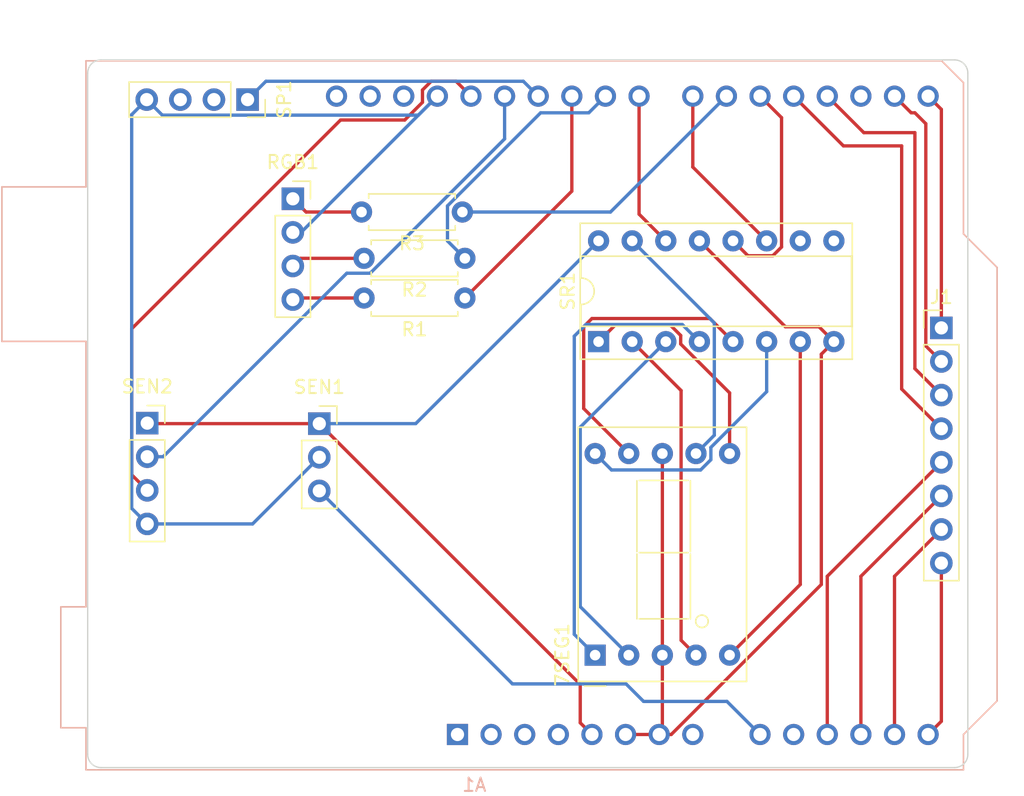
<source format=kicad_pcb>
(kicad_pcb (version 20240108) (generator "pcbnew") (generator_version "8.0")
  (layers (0 "F.Cu" signal) (31 "B.Cu" signal) (34 "B.Paste" user) (35 "F.Paste" user) (36 "B.SilkS" user "B.Silkscreen") (37 "F.SilkS" user "F.Silkscreen") (38 "B.Mask" user) (39 "F.Mask" user) (44 "Edge.Cuts" user))
  (net 0 "")
  (net 1 "/G")
  (net 2 "GND")
  (net 3 "/E")
  (net 4 "/D8")
  (net 6 "/B")
  (net 7 "/F")
  (net 10 "/D4")
  (net 11 "/D7")
  (net 12 "/PWM11")
  (net 13 "/C")
  (net 14 "/D2")
  (net 15 "/D")
  (net 16 "/PWM9")
  (net 18 "/PWM6")
  (net 22 "/DP")
  (net 23 "/D0")
  (net 24 "/A")
  (net 25 "/D1")
  (net 26 "/5v")
  (net 28 "/D3")
  (net 29 "/D5")
  (net 30 "/PWM10")
  (net 31 "Net-(RGB1-Pin_4)")
  (net 32 "Net-(RGB1-Pin_3)")
  (net 33 "Net-(RGB1-Pin_1)")
  (net 36 "/A3")
  (net 37 "/A5")
  (net 38 "/A4")
  (net 39 "/A1")
  (net 40 "/D12")
  (net 41 "/D13")
  (net 42 "/A2")
  (net 43 "/A0")
  (footprint "Connector_PinHeader_2.54mm:PinHeader_1x08_P2.54mm_Vertical" (layer "F.Cu") (at 186 67.26)
    (property "Reference" "J1" (at 0 -2.33 360) (layer "F.SilkS"))
    (property "Value" "Conn_01x08_Pin")
    (fp_line (start -1.33 -1.33) (end 0 -1.33) (stroke (width 0.12)) (layer "F.SilkS"))
    (fp_line (start -1.33 0) (end -1.33 -1.33) (stroke (width 0.12)) (layer "F.SilkS"))
    (fp_line (start -1.33 1.27) (end -1.33 19.11) (stroke (width 0.12)) (layer "F.SilkS"))
    (fp_line (start -1.33 1.27) (end 1.33 1.27) (stroke (width 0.12)) (layer "F.SilkS"))
    (fp_line (start -1.33 19.11) (end 1.33 19.11) (stroke (width 0.12)) (layer "F.SilkS"))
    (fp_line (start 1.33 1.27) (end 1.33 19.11) (stroke (width 0.12)) (layer "F.SilkS"))
    (pad "1" thru_hole rect (at 0 0) (size 1.7 1.7) (drill 1) (layers "*.Cu" "*.Mask") (net 23 "/D0"))
    (pad "2" thru_hole oval (at 0 2.54) (size 1.7 1.7) (drill 1) (layers "*.Cu" "*.Mask") (net 25 "/D1"))
    (pad "3" thru_hole oval (at 0 5.08) (size 1.7 1.7) (drill 1) (layers "*.Cu" "*.Mask") (net 28 "/D3"))
    (pad "4" thru_hole oval (at 0 7.62) (size 1.7 1.7) (drill 1) (layers "*.Cu" "*.Mask") (net 10 "/D4"))
    (pad "5" thru_hole oval (at 0 10.16) (size 1.7 1.7) (drill 1) (layers "*.Cu" "*.Mask") (net 42 "/A2"))
    (pad "6" thru_hole oval (at 0 12.7) (size 1.7 1.7) (drill 1) (layers "*.Cu" "*.Mask") (net 36 "/A3"))
    (pad "7" thru_hole oval (at 0 15.24) (size 1.7 1.7) (drill 1) (layers "*.Cu" "*.Mask") (net 38 "/A4"))
    (pad "8" thru_hole oval (at 0 17.78) (size 1.7 1.7) (drill 1) (layers "*.Cu" "*.Mask") (net 37 "/A5"))
  )
  (footprint "Package_DIP:DIP-16_W7.62mm_Socket" (layer "F.Cu") (at 160.1 68.3 90)
    (property "Reference" "SR1" (at 3.81 -2.33 90) (layer "F.SilkS"))
    (property "Value" "74HC595")
    (fp_line (start 8.95 -1.39) (end -1.33 -1.39) (stroke (width 0.12)) (layer "F.SilkS"))
    (fp_line (start -1.33 -1.39) (end -1.33 19.17) (stroke (width 0.12)) (layer "F.SilkS"))
    (fp_line (start 6.46 -1.33) (end 4.81 -1.33) (stroke (width 0.12)) (layer "F.SilkS"))
    (fp_line (start 2.81 -1.33) (end 1.16 -1.33) (stroke (width 0.12)) (layer "F.SilkS"))
    (fp_line (start 1.16 -1.33) (end 1.16 19.11) (stroke (width 0.12)) (layer "F.SilkS"))
    (fp_line (start 6.46 19.11) (end 6.46 -1.33) (stroke (width 0.12)) (layer "F.SilkS"))
    (fp_line (start 1.16 19.11) (end 6.46 19.11) (stroke (width 0.12)) (layer "F.SilkS"))
    (fp_line (start 8.95 19.17) (end 8.95 -1.39) (stroke (width 0.12)) (layer "F.SilkS"))
    (fp_line (start -1.33 19.17) (end 8.95 19.17) (stroke (width 0.12)) (layer "F.SilkS"))
    (fp_arc (start 4.81 -1.33) (mid 3.81 -0.33) (end 2.81 -1.33) (stroke (width 0.12)) (layer "F.SilkS"))
    (pad "1" thru_hole rect (at 0 0 90) (size 1.6 1.6) (drill 0.8) (layers "*.Cu" "*.Mask") (net 6 "/B"))
    (pad "2" thru_hole oval (at 0 2.54 90) (size 1.6 1.6) (drill 0.8) (layers "*.Cu" "*.Mask") (net 13 "/C"))
    (pad "3" thru_hole oval (at 0 5.08 90) (size 1.6 1.6) (drill 0.8) (layers "*.Cu" "*.Mask") (net 15 "/D"))
    (pad "4" thru_hole oval (at 0 7.62 90) (size 1.6 1.6) (drill 0.8) (layers "*.Cu" "*.Mask") (net 3 "/E"))
    (pad "5" thru_hole oval (at 0 10.16 90) (size 1.6 1.6) (drill 0.8) (layers "*.Cu" "*.Mask") (net 7 "/F"))
    (pad "6" thru_hole oval (at 0 12.7 90) (size 1.6 1.6) (drill 0.8) (layers "*.Cu" "*.Mask") (net 1 "/G"))
    (pad "7" thru_hole oval (at 0 15.24 90) (size 1.6 1.6) (drill 0.8) (layers "*.Cu" "*.Mask") (net 22 "/DP"))
    (pad "8" thru_hole oval (at 0 17.78 90) (size 1.6 1.6) (drill 0.8) (layers "*.Cu" "*.Mask") (net 2 "GND"))
    (pad "9" thru_hole oval (at 7.62 17.78 90) (size 1.6 1.6) (drill 0.8) (layers "*.Cu" "*.Mask"))
    (pad "10" thru_hole oval (at 7.62 15.24 90) (size 1.6 1.6) (drill 0.8) (layers "*.Cu" "*.Mask"))
    (pad "11" thru_hole oval (at 7.62 12.7 90) (size 1.6 1.6) (drill 0.8) (layers "*.Cu" "*.Mask") (net 11 "/D7"))
    (pad "12" thru_hole oval (at 7.62 10.16 90) (size 1.6 1.6) (drill 0.8) (layers "*.Cu" "*.Mask") (net 29 "/D5"))
    (pad "13" thru_hole oval (at 7.62 7.62 90) (size 1.6 1.6) (drill 0.8) (layers "*.Cu" "*.Mask") (net 2 "GND"))
    (pad "14" thru_hole oval (at 7.62 5.08 90) (size 1.6 1.6) (drill 0.8) (layers "*.Cu" "*.Mask") (net 4 "/D8"))
    (pad "15" thru_hole oval (at 7.62 2.54 90) (size 1.6 1.6) (drill 0.8) (layers "*.Cu" "*.Mask") (net 24 "/A"))
    (pad "16" thru_hole oval (at 7.62 0 90) (size 1.6 1.6) (drill 0.8) (layers "*.Cu" "*.Mask") (net 26 "/5v"))
  )
  (footprint "Connector_PinSocket_2.54mm:PinSocket_1x04_P2.54mm_Vertical" (layer "F.Cu") (at 137 57.5)
    (property "Reference" "RGB1" (at 0 -2.77 0) (layer "F.SilkS"))
    (property "Value" "Conn_01x04_Socket")
    (fp_line (start -1.33 1.27) (end -1.33 8.95) (stroke (width 0.12)) (layer "F.SilkS"))
    (fp_line (start -1.33 1.27) (end 1.33 1.27) (stroke (width 0.12)) (layer "F.SilkS"))
    (fp_line (start -1.33 8.95) (end 1.33 8.95) (stroke (width 0.12)) (layer "F.SilkS"))
    (fp_line (start 0 -1.33) (end 1.33 -1.33) (stroke (width 0.12)) (layer "F.SilkS"))
    (fp_line (start 1.33 -1.33) (end 1.33 0) (stroke (width 0.12)) (layer "F.SilkS"))
    (fp_line (start 1.33 1.27) (end 1.33 8.95) (stroke (width 0.12)) (layer "F.SilkS"))
    (pad "1" thru_hole rect (at 0 0) (size 1.7 1.7) (drill 1) (layers "*.Cu" "*.Mask") (net 33 "Net-(RGB1-Pin_1)"))
    (pad "2" thru_hole oval (at 0 2.54) (size 1.7 1.7) (drill 1) (layers "*.Cu" "*.Mask") (net 2 "GND"))
    (pad "3" thru_hole oval (at 0 5.08) (size 1.7 1.7) (drill 1) (layers "*.Cu" "*.Mask") (net 32 "Net-(RGB1-Pin_3)"))
    (pad "4" thru_hole oval (at 0 7.62) (size 1.7 1.7) (drill 1) (layers "*.Cu" "*.Mask") (net 31 "Net-(RGB1-Pin_4)"))
  )
  (footprint "Display_7Segment:D1X8K" (layer "F.Cu") (at 159.84 92 90)
    (property "Reference" "7SEG1" (at 0.03 -2.48 90) (layer "F.SilkS"))
    (property "Value" "D168K")
    (fp_line (start 17.23 -1.28) (end -1.99 -1.28) (stroke (width 0.12)) (layer "F.SilkS"))
    (fp_line (start 17.23 -1.28) (end 17.23 11.44) (stroke (width 0.12)) (layer "F.SilkS"))
    (fp_line (start -1.99 -1.28) (end -1.99 11.44) (stroke (width 0.12)) (layer "F.SilkS"))
    (fp_line (start -2.34 -0.8) (end -2.34 0.81) (stroke (width 0.12)) (layer "F.SilkS"))
    (fp_line (start 13.1832 3.1594) (end 7.8238 3.1594) (stroke (width 0.12)) (layer "F.SilkS"))
    (fp_line (start 7.646 3.1594) (end 2.7438 3.1594) (stroke (width 0.12)) (layer "F.SilkS"))
    (fp_line (start 13.2086 3.3372) (end 13.2086 7.0202) (stroke (width 0.12)) (layer "F.SilkS"))
    (fp_line (start 7.7476 3.3372) (end 7.7476 7.0202) (stroke (width 0.12)) (layer "F.SilkS"))
    (fp_line (start 2.7438 3.3372) (end 2.7438 7.0202) (stroke (width 0.12)) (layer "F.SilkS"))
    (fp_line (start 13.1832 7.198) (end 7.8238 7.198) (stroke (width 0.12)) (layer "F.SilkS"))
    (fp_line (start 7.646 7.198) (end 2.7438 7.198) (stroke (width 0.12)) (layer "F.SilkS"))
    (fp_line (start 17.23 11.44) (end -1.99 11.44) (stroke (width 0.12)) (layer "F.SilkS"))
    (fp_circle (center 2.557533 8.07) (end 2.836933 7.689) (stroke (width 0.12)) (fill none) (layer "F.SilkS"))
    (pad "1" thru_hole rect (at 0 0) (size 1.6 1.6) (drill 0.8) (layers "*.Cu" "*.Mask") (net 3 "/E"))
    (pad "2" thru_hole circle (at 0 2.54) (size 1.6 1.6) (drill 0.8) (layers "*.Cu" "*.Mask") (net 15 "/D"))
    (pad "3" thru_hole circle (at 0 5.08) (size 1.6 1.6) (drill 0.8) (layers "*.Cu" "*.Mask") (net 2 "GND"))
    (pad "4" thru_hole circle (at 0 7.62) (size 1.6 1.6) (drill 0.8) (layers "*.Cu" "*.Mask") (net 13 "/C"))
    (pad "5" thru_hole circle (at 0 10.16) (size 1.6 1.6) (drill 0.8) (layers "*.Cu" "*.Mask") (net 22 "/DP"))
    (pad "6" thru_hole circle (at 15.24 10.16) (size 1.6 1.6) (drill 0.8) (layers "*.Cu" "*.Mask") (net 6 "/B"))
    (pad "7" thru_hole circle (at 15.24 7.62) (size 1.6 1.6) (drill 0.8) (layers "*.Cu" "*.Mask") (net 24 "/A"))
    (pad "8" thru_hole circle (at 15.24 5.08) (size 1.6 1.6) (drill 0.8) (layers "*.Cu" "*.Mask") (net 2 "GND"))
    (pad "9" thru_hole circle (at 15.24 2.54) (size 1.6 1.6) (drill 0.8) (layers "*.Cu" "*.Mask") (net 7 "/F"))
    (pad "10" thru_hole circle (at 15.24 0) (size 1.6 1.6) (drill 0.8) (layers "*.Cu" "*.Mask") (net 1 "/G"))
  )
  (footprint "Connector_PinSocket_2.54mm:PinSocket_1x04_P2.54mm_Vertical" (layer "F.Cu") (at 133.58 50 -90)
    (property "Reference" "SP1" (at 0 -2.77 90) (layer "F.SilkS"))
    (property "Value" "Conn_01x04_Socket")
    (fp_line (start -1.33 8.95) (end 1.33 8.95) (stroke (width 0.12)) (layer "F.SilkS"))
    (fp_line (start -1.33 1.27) (end -1.33 8.95) (stroke (width 0.12)) (layer "F.SilkS"))
    (fp_line (start -1.33 1.27) (end 1.33 1.27) (stroke (width 0.12)) (layer "F.SilkS"))
    (fp_line (start 1.33 1.27) (end 1.33 8.95) (stroke (width 0.12)) (layer "F.SilkS"))
    (fp_line (start 0 -1.33) (end 1.33 -1.33) (stroke (width 0.12)) (layer "F.SilkS"))
    (fp_line (start 1.33 -1.33) (end 1.33 0) (stroke (width 0.12)) (layer "F.SilkS"))
    (pad "1" thru_hole rect (at 0 0 270) (size 1.7 1.7) (drill 1) (layers "*.Cu" "*.Mask") (net 12 "/PWM11"))
    (pad "2" thru_hole oval (at 0 2.54 270) (size 1.7 1.7) (drill 1) (layers "*.Cu" "*.Mask"))
    (pad "3" thru_hole oval (at 0 5.08 270) (size 1.7 1.7) (drill 1) (layers "*.Cu" "*.Mask"))
    (pad "4" thru_hole oval (at 0 7.62 270) (size 1.7 1.7) (drill 1) (layers "*.Cu" "*.Mask") (net 2 "GND"))
  )
  (footprint "Connector_PinSocket_2.54mm:PinSocket_1x04_P2.54mm_Vertical" (layer "F.Cu") (at 126 74.46)
    (property "Reference" "SEN2" (at 0 -2.77 0) (layer "F.SilkS"))
    (property "Value" "Conn_01x04_Socket")
    (fp_line (start -1.33 1.27) (end -1.33 8.95) (stroke (width 0.12)) (layer "F.SilkS"))
    (fp_line (start -1.33 1.27) (end 1.33 1.27) (stroke (width 0.12)) (layer "F.SilkS"))
    (fp_line (start -1.33 8.95) (end 1.33 8.95) (stroke (width 0.12)) (layer "F.SilkS"))
    (fp_line (start 0 -1.33) (end 1.33 -1.33) (stroke (width 0.12)) (layer "F.SilkS"))
    (fp_line (start 1.33 -1.33) (end 1.33 0) (stroke (width 0.12)) (layer "F.SilkS"))
    (fp_line (start 1.33 1.27) (end 1.33 8.95) (stroke (width 0.12)) (layer "F.SilkS"))
    (pad "1" thru_hole rect (at 0 0) (size 1.7 1.7) (drill 1) (layers "*.Cu" "*.Mask") (net 26 "/5v"))
    (pad "2" thru_hole oval (at 0 2.54) (size 1.7 1.7) (drill 1) (layers "*.Cu" "*.Mask") (net 40 "/D12"))
    (pad "3" thru_hole oval (at 0 5.08) (size 1.7 1.7) (drill 1) (layers "*.Cu" "*.Mask") (net 41 "/D13"))
    (pad "4" thru_hole oval (at 0 7.62) (size 1.7 1.7) (drill 1) (layers "*.Cu" "*.Mask") (net 2 "GND"))
  )
  (footprint "Resistor_THT:R_Axial_DIN0207_L6.3mm_D2.5mm_P7.62mm_Horizontal" (layer "F.Cu") (at 150 62 180)
    (property "Reference" "R2" (at 3.81 -2.37 360) (layer "F.SilkS"))
    (property "Value" "R")
    (fp_line (start 7.08 1.37) (end 7.08 1.04) (stroke (width 0.12)) (layer "F.SilkS"))
    (fp_line (start 7.08 -1.37) (end 7.08 -1.04) (stroke (width 0.12)) (layer "F.SilkS"))
    (fp_line (start 0.54 1.37) (end 7.08 1.37) (stroke (width 0.12)) (layer "F.SilkS"))
    (fp_line (start 0.54 1.04) (end 0.54 1.37) (stroke (width 0.12)) (layer "F.SilkS"))
    (fp_line (start 0.54 -1.04) (end 0.54 -1.37) (stroke (width 0.12)) (layer "F.SilkS"))
    (fp_line (start 0.54 -1.37) (end 7.08 -1.37) (stroke (width 0.12)) (layer "F.SilkS"))
    (pad "1" thru_hole circle (at 0 0 180) (size 1.6 1.6) (drill 0.8) (layers "*.Cu" "*.Mask") (net 16 "/PWM9"))
    (pad "2" thru_hole oval (at 7.62 0 180) (size 1.6 1.6) (drill 0.8) (layers "*.Cu" "*.Mask") (net 32 "Net-(RGB1-Pin_3)"))
  )
  (footprint "Connector_PinSocket_2.54mm:PinSocket_1x03_P2.54mm_Vertical" (layer "F.Cu") (at 139 74.5)
    (property "Reference" "SEN1" (at 0 -2.77 0) (layer "F.SilkS"))
    (property "Value" "Conn_01x03_Socket")
    (fp_line (start -1.33 1.27) (end -1.33 6.41) (stroke (width 0.12)) (layer "F.SilkS"))
    (fp_line (start -1.33 1.27) (end 1.33 1.27) (stroke (width 0.12)) (layer "F.SilkS"))
    (fp_line (start -1.33 6.41) (end 1.33 6.41) (stroke (width 0.12)) (layer "F.SilkS"))
    (fp_line (start 0 -1.33) (end 1.33 -1.33) (stroke (width 0.12)) (layer "F.SilkS"))
    (fp_line (start 1.33 -1.33) (end 1.33 0) (stroke (width 0.12)) (layer "F.SilkS"))
    (fp_line (start 1.33 1.27) (end 1.33 6.41) (stroke (width 0.12)) (layer "F.SilkS"))
    (pad "1" thru_hole rect (at 0 0) (size 1.7 1.7) (drill 1) (layers "*.Cu" "*.Mask") (net 26 "/5v"))
    (pad "2" thru_hole oval (at 0 2.54) (size 1.7 1.7) (drill 1) (layers "*.Cu" "*.Mask") (net 2 "GND"))
    (pad "3" thru_hole oval (at 0 5.08) (size 1.7 1.7) (drill 1) (layers "*.Cu" "*.Mask") (net 43 "/A0"))
  )
  (footprint "Resistor_THT:R_Axial_DIN0207_L6.3mm_D2.5mm_P7.62mm_Horizontal" (layer "F.Cu") (at 150 65 180)
    (property "Reference" "R1" (at 3.81 -2.37 360) (layer "F.SilkS"))
    (property "Value" "R")
    (fp_line (start 7.08 1.37) (end 7.08 1.04) (stroke (width 0.12)) (layer "F.SilkS"))
    (fp_line (start 7.08 -1.37) (end 7.08 -1.04) (stroke (width 0.12)) (layer "F.SilkS"))
    (fp_line (start 0.54 1.37) (end 7.08 1.37) (stroke (width 0.12)) (layer "F.SilkS"))
    (fp_line (start 0.54 1.04) (end 0.54 1.37) (stroke (width 0.12)) (layer "F.SilkS"))
    (fp_line (start 0.54 -1.04) (end 0.54 -1.37) (stroke (width 0.12)) (layer "F.SilkS"))
    (fp_line (start 0.54 -1.37) (end 7.08 -1.37) (stroke (width 0.12)) (layer "F.SilkS"))
    (pad "1" thru_hole circle (at 0 0 180) (size 1.6 1.6) (drill 0.8) (layers "*.Cu" "*.Mask") (net 30 "/PWM10"))
    (pad "2" thru_hole oval (at 7.62 0 180) (size 1.6 1.6) (drill 0.8) (layers "*.Cu" "*.Mask") (net 31 "Net-(RGB1-Pin_4)"))
  )
  (footprint "Resistor_THT:R_Axial_DIN0207_L6.3mm_D2.5mm_P7.62mm_Horizontal" (layer "F.Cu") (at 149.81 58.5 180)
    (property "Reference" "R3" (at 3.81 -2.37 360) (layer "F.SilkS"))
    (property "Value" "R")
    (fp_line (start 7.08 1.37) (end 7.08 1.04) (stroke (width 0.12)) (layer "F.SilkS"))
    (fp_line (start 7.08 -1.37) (end 7.08 -1.04) (stroke (width 0.12)) (layer "F.SilkS"))
    (fp_line (start 0.54 1.37) (end 7.08 1.37) (stroke (width 0.12)) (layer "F.SilkS"))
    (fp_line (start 0.54 1.04) (end 0.54 1.37) (stroke (width 0.12)) (layer "F.SilkS"))
    (fp_line (start 0.54 -1.04) (end 0.54 -1.37) (stroke (width 0.12)) (layer "F.SilkS"))
    (fp_line (start 0.54 -1.37) (end 7.08 -1.37) (stroke (width 0.12)) (layer "F.SilkS"))
    (pad "1" thru_hole circle (at 0 0 180) (size 1.6 1.6) (drill 0.8) (layers "*.Cu" "*.Mask") (net 18 "/PWM6"))
    (pad "2" thru_hole oval (at 7.62 0 180) (size 1.6 1.6) (drill 0.8) (layers "*.Cu" "*.Mask") (net 33 "Net-(RGB1-Pin_1)"))
  )
  (footprint "Module:Arduino_UNO_R3" (layer "B.Cu") (at 149.44 98)
    (property "Reference" "A1" (at 1.27 3.81 360) (layer "B.SilkS") (effects (justify mirror)))
    (property "Value" "Arduino_UNO_R3" (hide yes))
    (fp_line (start -34.42 -41.4) (end -34.42 -29.72) (stroke (width 0.12)) (layer "B.SilkS"))
    (fp_line (start -34.42 -29.72) (end -28.07 -29.72) (stroke (width 0.12)) (layer "B.SilkS"))
    (fp_line (start -29.97 -9.65) (end -29.97 -0.51) (stroke (width 0.12)) (layer "B.SilkS"))
    (fp_line (start -29.97 -0.51) (end -28.07 -0.51) (stroke (width 0.12)) (layer "B.SilkS"))
    (fp_line (start -28.07 -50.93) (end -28.07 -41.4) (stroke (width 0.12)) (layer "B.SilkS"))
    (fp_line (start -28.07 -41.4) (end -34.42 -41.4) (stroke (width 0.12)) (layer "B.SilkS"))
    (fp_line (start -28.07 -29.72) (end -28.07 -9.65) (stroke (width 0.12)) (layer "B.SilkS"))
    (fp_line (start -28.07 -9.65) (end -29.97 -9.65) (stroke (width 0.12)) (layer "B.SilkS"))
    (fp_line (start -28.07 -0.51) (end -28.07 2.67) (stroke (width 0.12)) (layer "B.SilkS"))
    (fp_line (start -28.07 2.67) (end 38.23 2.67) (stroke (width 0.12)) (layer "B.SilkS"))
    (fp_line (start 36.58 -50.93) (end -28.07 -50.93) (stroke (width 0.12)) (layer "B.SilkS"))
    (fp_line (start 38.23 -49.28) (end 36.58 -50.93) (stroke (width 0.12)) (layer "B.SilkS"))
    (fp_line (start 38.23 -37.85) (end 38.23 -49.28) (stroke (width 0.12)) (layer "B.SilkS"))
    (fp_line (start 38.23 0) (end 40.77 -2.54) (stroke (width 0.12)) (layer "B.SilkS"))
    (fp_line (start 38.23 2.67) (end 38.23 0) (stroke (width 0.12)) (layer "B.SilkS"))
    (fp_line (start 40.77 -35.31) (end 38.23 -37.85) (stroke (width 0.12)) (layer "B.SilkS"))
    (fp_line (start 40.77 -2.54) (end 40.77 -35.31) (stroke (width 0.12)) (layer "B.SilkS"))
    (pad "1" thru_hole rect (at 0 0 270) (size 1.6 1.6) (drill 1) (layers "*.Cu" "*.Mask"))
    (pad "2" thru_hole oval (at 2.54 0 270) (size 1.6 1.6) (drill 1) (layers "*.Cu" "*.Mask"))
    (pad "3" thru_hole oval (at 5.08 0 270) (size 1.6 1.6) (drill 1) (layers "*.Cu" "*.Mask"))
    (pad "4" thru_hole oval (at 7.62 0 270) (size 1.6 1.6) (drill 1) (layers "*.Cu" "*.Mask"))
    (pad "5" thru_hole oval (at 10.16 0 270) (size 1.6 1.6) (drill 1) (layers "*.Cu" "*.Mask") (net 26 "/5v"))
    (pad "6" thru_hole oval (at 12.7 0 270) (size 1.6 1.6) (drill 1) (layers "*.Cu" "*.Mask") (net 2 "GND"))
    (pad "7" thru_hole oval (at 15.24 0 270) (size 1.6 1.6) (drill 1) (layers "*.Cu" "*.Mask") (net 2 "GND"))
    (pad "8" thru_hole oval (at 17.78 0 270) (size 1.6 1.6) (drill 1) (layers "*.Cu" "*.Mask"))
    (pad "9" thru_hole oval (at 22.86 0 270) (size 1.6 1.6) (drill 1) (layers "*.Cu" "*.Mask") (net 43 "/A0"))
    (pad "10" thru_hole oval (at 25.4 0 270) (size 1.6 1.6) (drill 1) (layers "*.Cu" "*.Mask") (net 39 "/A1"))
    (pad "11" thru_hole oval (at 27.94 0 270) (size 1.6 1.6) (drill 1) (layers "*.Cu" "*.Mask") (net 42 "/A2"))
    (pad "12" thru_hole oval (at 30.48 0 270) (size 1.6 1.6) (drill 1) (layers "*.Cu" "*.Mask") (net 36 "/A3"))
    (pad "13" thru_hole oval (at 33.02 0 270) (size 1.6 1.6) (drill 1) (layers "*.Cu" "*.Mask") (net 38 "/A4"))
    (pad "14" thru_hole oval (at 35.56 0 270) (size 1.6 1.6) (drill 1) (layers "*.Cu" "*.Mask") (net 37 "/A5"))
    (pad "15" thru_hole oval (at 35.56 -48.26 270) (size 1.6 1.6) (drill 1) (layers "*.Cu" "*.Mask") (net 23 "/D0"))
    (pad "16" thru_hole oval (at 33.02 -48.26 270) (size 1.6 1.6) (drill 1) (layers "*.Cu" "*.Mask") (net 25 "/D1"))
    (pad "17" thru_hole oval (at 30.48 -48.26 270) (size 1.6 1.6) (drill 1) (layers "*.Cu" "*.Mask") (net 14 "/D2"))
    (pad "18" thru_hole oval (at 27.94 -48.26 270) (size 1.6 1.6) (drill 1) (layers "*.Cu" "*.Mask") (net 28 "/D3"))
    (pad "19" thru_hole oval (at 25.4 -48.26 270) (size 1.6 1.6) (drill 1) (layers "*.Cu" "*.Mask") (net 10 "/D4"))
    (pad "20" thru_hole oval (at 22.86 -48.26 270) (size 1.6 1.6) (drill 1) (layers "*.Cu" "*.Mask") (net 29 "/D5"))
    (pad "21" thru_hole oval (at 20.32 -48.26 270) (size 1.6 1.6) (drill 1) (layers "*.Cu" "*.Mask") (net 18 "/PWM6"))
    (pad "22" thru_hole oval (at 17.78 -48.26 270) (size 1.6 1.6) (drill 1) (layers "*.Cu" "*.Mask") (net 11 "/D7"))
    (pad "23" thru_hole oval (at 13.72 -48.26 270) (size 1.6 1.6) (drill 1) (layers "*.Cu" "*.Mask") (net 4 "/D8"))
    (pad "24" thru_hole oval (at 11.18 -48.26 270) (size 1.6 1.6) (drill 1) (layers "*.Cu" "*.Mask") (net 16 "/PWM9"))
    (pad "25" thru_hole oval (at 8.64 -48.26 270) (size 1.6 1.6) (drill 1) (layers "*.Cu" "*.Mask") (net 30 "/PWM10"))
    (pad "26" thru_hole oval (at 6.1 -48.26 270) (size 1.6 1.6) (drill 1) (layers "*.Cu" "*.Mask") (net 12 "/PWM11"))
    (pad "27" thru_hole oval (at 3.56 -48.26 270) (size 1.6 1.6) (drill 1) (layers "*.Cu" "*.Mask") (net 40 "/D12"))
    (pad "28" thru_hole oval (at 1.02 -48.26 270) (size 1.6 1.6) (drill 1) (layers "*.Cu" "*.Mask") (net 41 "/D13"))
    (pad "29" thru_hole oval (at -1.52 -48.26 270) (size 1.6 1.6) (drill 1) (layers "*.Cu" "*.Mask") (net 2 "GND"))
    (pad "30" thru_hole oval (at -4.06 -48.26 270) (size 1.6 1.6) (drill 1) (layers "*.Cu" "*.Mask"))
    (pad "31" thru_hole oval (at -6.6 -48.26 270) (size 1.6 1.6) (drill 1) (layers "*.Cu" "*.Mask"))
    (pad "32" thru_hole oval (at -9.14 -48.26 270) (size 1.6 1.6) (drill 1) (layers "*.Cu" "*.Mask"))
  )
  (gr_arc (start 187 47) (mid 187.707107 47.292893) (end 188 48) (stroke (width 0.1)) (layer "Edge.Cuts"))
  (gr_line (start 121.5 99.5) (end 121.5 48) (stroke (width 0.1)) (layer "Edge.Cuts"))
  (gr_arc (start 121.5 48) (mid 121.792893 47.292893) (end 122.5 47) (stroke (width 0.1)) (layer "Edge.Cuts"))
  (gr_arc (start 188 99.5) (mid 187.707107 100.207107) (end 187 100.5) (stroke (width 0.1)) (layer "Edge.Cuts"))
  (gr_line (start 122.5 47) (end 187 47) (stroke (width 0.1)) (layer "Edge.Cuts"))
  (gr_line (start 187 100.5) (end 122.5 100.5) (stroke (width 0.1)) (layer "Edge.Cuts"))
  (gr_line (start 188 48) (end 188 99.5) (stroke (width 0.1)) (layer "Edge.Cuts"))
  (gr_arc (start 122.5 100.5) (mid 121.792893 100.207107) (end 121.5 99.5) (stroke (width 0.1)) (layer "Edge.Cuts"))
  (segment (start 172.8 72.079009) (end 168.585 76.294009) (width 0.25) (layer "B.Cu") (net 1))
  (segment (start 172.8 68.3) (end 172.8 72.079009) (width 0.25) (layer "B.Cu") (net 1))
  (segment (start 167.810991 78) (end 161.08 78) (width 0.25) (layer "B.Cu") (net 1))
  (segment (start 168.585 77.225991) (end 167.810991 78) (width 0.25) (layer "B.Cu") (net 1))
  (segment (start 168.585 76.294009) (end 168.585 77.225991) (width 0.25) (layer "B.Cu") (net 1))
  (segment (start 161.08 78) (end 159.84 76.76) (width 0.25) (layer "B.Cu") (net 1))
  (segment (start 162.14 98) (end 164.68 98) (width 0.25) (layer "F.Cu") (net 2))
  (segment (start 176.755 67.175) (end 177.88 68.3) (width 0.25) (layer "F.Cu") (net 2))
  (segment (start 176.93 69.25) (end 176.93 86.660991) (width 0.25) (layer "F.Cu") (net 2))
  (segment (start 177.88 68.3) (end 176.93 69.25) (width 0.25) (layer "F.Cu") (net 2))
  (segment (start 164.92 97.76) (end 164.68 98) (width 0.25) (layer "F.Cu") (net 2))
  (segment (start 164.92 92) (end 164.92 76.76) (width 0.25) (layer "F.Cu") (net 2))
  (segment (start 176.93 86.660991) (end 165.590991 98) (width 0.25) (layer "F.Cu") (net 2))
  (segment (start 165.590991 98) (end 164.68 98) (width 0.25) (layer "F.Cu") (net 2))
  (segment (start 167.72 60.68) (end 174.215 67.175) (width 0.25) (layer "F.Cu") (net 2))
  (segment (start 174.215 67.175) (end 176.755 67.175) (width 0.25) (layer "F.Cu") (net 2))
  (segment (start 164.92 92) (end 164.92 97.76) (width 0.25) (layer "F.Cu") (net 2))
  (segment (start 124.825 51.135) (end 124.825 80.905) (width 0.25) (layer "B.Cu") (net 2))
  (segment (start 147.92 49.74) (end 137.62 60.04) (width 0.25) (layer "B.Cu") (net 2))
  (segment (start 137.62 60.04) (end 137 60.04) (width 0.25) (layer "B.Cu") (net 2))
  (segment (start 125.96 50) (end 124.825 51.135) (width 0.25) (layer "B.Cu") (net 2))
  (segment (start 146.485 51.175) (end 127.135 51.175) (width 0.25) (layer "B.Cu") (net 2))
  (segment (start 133.96 82.08) (end 139 77.04) (width 0.25) (layer "B.Cu") (net 2))
  (segment (start 126 82.08) (end 133.96 82.08) (width 0.25) (layer "B.Cu") (net 2))
  (segment (start 147.92 49.74) (end 146.485 51.175) (width 0.25) (layer "B.Cu") (net 2))
  (segment (start 124.825 80.905) (end 126 82.08) (width 0.25) (layer "B.Cu") (net 2))
  (segment (start 127.135 51.175) (end 125.96 50) (width 0.25) (layer "B.Cu") (net 2))
  (segment (start 158.265 90.425) (end 158.265 67.885) (width 0.25) (layer "B.Cu") (net 3))
  (segment (start 159.84 92) (end 158.265 90.425) (width 0.25) (layer "B.Cu") (net 3))
  (segment (start 158.265 67.885) (end 159.15 67) (width 0.25) (layer "B.Cu") (net 3))
  (segment (start 166.42 67) (end 167.72 68.3) (width 0.25) (layer "B.Cu") (net 3))
  (segment (start 159.15 67) (end 166.42 67) (width 0.25) (layer "B.Cu") (net 3))
  (segment (start 163.16 58.66) (end 165.18 60.68) (width 0.25) (layer "F.Cu") (net 4))
  (segment (start 163.16 49.74) (end 163.16 58.66) (width 0.25) (layer "F.Cu") (net 4))
  (segment (start 165.470991 67) (end 161.4 67) (width 0.25) (layer "F.Cu") (net 6))
  (segment (start 170 72.170991) (end 166.305 68.475991) (width 0.25) (layer "F.Cu") (net 6))
  (segment (start 166.305 67.834009) (end 165.470991 67) (width 0.25) (layer "F.Cu") (net 6))
  (segment (start 170 76.76) (end 170 72.170991) (width 0.25) (layer "F.Cu") (net 6))
  (segment (start 166.305 68.475991) (end 166.305 67.834009) (width 0.25) (layer "F.Cu") (net 6))
  (segment (start 161.4 67) (end 160.1 68.3) (width 0.25) (layer "F.Cu") (net 6))
  (segment (start 162.38 76.76) (end 158.975 73.355) (width 0.25) (layer "F.Cu") (net 7))
  (segment (start 158.975 73.355) (end 158.975 67.175) (width 0.25) (layer "F.Cu") (net 7))
  (segment (start 168.51 66.55) (end 170.26 68.3) (width 0.25) (layer "F.Cu") (net 7))
  (segment (start 158.975 67.175) (end 159.6 66.55) (width 0.25) (layer "F.Cu") (net 7))
  (segment (start 159.6 66.55) (end 168.51 66.55) (width 0.25) (layer "F.Cu") (net 7))
  (segment (start 183 53.5) (end 178.6 53.5) (width 0.25) (layer "F.Cu") (net 10))
  (segment (start 178.6 53.5) (end 174.84 49.74) (width 0.25) (layer "F.Cu") (net 10))
  (segment (start 186 74.88) (end 183 71.88) (width 0.25) (layer "F.Cu") (net 10))
  (segment (start 183 71.88) (end 183 53.5) (width 0.25) (layer "F.Cu") (net 10))
  (segment (start 167.22 55.1) (end 172.8 60.68) (width 0.25) (layer "F.Cu") (net 11))
  (segment (start 167.22 49.74) (end 167.22 55.1) (width 0.25) (layer "F.Cu") (net 11))
  (segment (start 133.58 50) (end 134.965 48.615) (width 0.25) (layer "B.Cu") (net 12))
  (segment (start 154.415 48.615) (end 155.54 49.74) (width 0.25) (layer "B.Cu") (net 12))
  (segment (start 134.965 48.615) (end 154.415 48.615) (width 0.25) (layer "B.Cu") (net 12))
  (segment (start 166.335 90.875) (end 166.335 71.995) (width 0.25) (layer "F.Cu") (net 13))
  (segment (start 166.335 71.995) (end 162.64 68.3) (width 0.25) (layer "F.Cu") (net 13))
  (segment (start 167.46 92) (end 166.335 90.875) (width 0.25) (layer "F.Cu") (net 13))
  (segment (start 165.18 68.3) (end 158.715 74.765) (width 0.25) (layer "B.Cu") (net 15))
  (segment (start 158.715 74.765) (end 158.715 88.335) (width 0.25) (layer "B.Cu") (net 15))
  (segment (start 158.715 88.335) (end 162.38 92) (width 0.25) (layer "B.Cu") (net 15))
  (segment (start 150 62) (end 148.685 60.685) (width 0.25) (layer "B.Cu") (net 16))
  (segment (start 148.685 58.034009) (end 155.719009 51) (width 0.25) (layer "B.Cu") (net 16))
  (segment (start 148.685 60.685) (end 148.685 58.034009) (width 0.25) (layer "B.Cu") (net 16))
  (segment (start 159.36 51) (end 160.62 49.74) (width 0.25) (layer "B.Cu") (net 16))
  (segment (start 155.719009 51) (end 159.36 51) (width 0.25) (layer "B.Cu") (net 16))
  (segment (start 149.81 58.5) (end 161 58.5) (width 0.25) (layer "B.Cu") (net 18))
  (segment (start 161 58.5) (end 169.76 49.74) (width 0.25) (layer "B.Cu") (net 18))
  (segment (start 175.34 86.66) (end 170 92) (width 0.25) (layer "F.Cu") (net 22))
  (segment (start 175.34 68.3) (end 175.34 86.66) (width 0.25) (layer "F.Cu") (net 22))
  (segment (start 186 67.26) (end 186 50.74) (width 0.25) (layer "F.Cu") (net 23))
  (segment (start 186 50.74) (end 185 49.74) (width 0.25) (layer "F.Cu") (net 23))
  (segment (start 168.845 66.885) (end 168.845 75.375) (width 0.25) (layer "B.Cu") (net 24))
  (segment (start 162.64 60.68) (end 168.845 66.885) (width 0.25) (layer "B.Cu") (net 24))
  (segment (start 168.845 75.375) (end 167.46 76.76) (width 0.25) (layer "B.Cu") (net 24))
  (segment (start 186 69.8) (end 184.825 68.625) (width 0.25) (layer "F.Cu") (net 25))
  (segment (start 184.825 68.625) (end 184.825 51.825) (width 0.25) (layer "F.Cu") (net 25))
  (segment (start 184.825 51.825) (end 184 51) (width 0.25) (layer "F.Cu") (net 25))
  (segment (start 183.72 51) (end 182.46 49.74) (width 0.25) (layer "F.Cu") (net 25))
  (segment (start 184 51) (end 183.72 51) (width 0.25) (layer "F.Cu") (net 25))
  (segment (start 158.715 97.115) (end 158.715 94.215) (width 0.25) (layer "F.Cu") (net 26))
  (segment (start 139 74.5) (end 126.04 74.5) (width 0.25) (layer "F.Cu") (net 26))
  (segment (start 138.96 74.46) (end 139 74.5) (width 0.25) (layer "F.Cu") (net 26))
  (segment (start 126.04 74.5) (end 126 74.46) (width 0.25) (layer "F.Cu") (net 26))
  (segment (start 159.6 98) (end 158.715 97.115) (width 0.25) (layer "F.Cu") (net 26))
  (segment (start 158.715 94.215) (end 139 74.5) (width 0.25) (layer "F.Cu") (net 26))
  (segment (start 146.28 74.5) (end 160.1 60.68) (width 0.25) (layer "B.Cu") (net 26))
  (segment (start 139 74.5) (end 146.28 74.5) (width 0.25) (layer "B.Cu") (net 26))
  (segment (start 184 52.5) (end 180.14 52.5) (width 0.25) (layer "F.Cu") (net 28))
  (segment (start 186 72.34) (end 184 70.34) (width 0.25) (layer "F.Cu") (net 28))
  (segment (start 184 70.34) (end 184 52.5) (width 0.25) (layer "F.Cu") (net 28))
  (segment (start 180.14 52.5) (end 177.38 49.74) (width 0.25) (layer "F.Cu") (net 28))
  (segment (start 171.385 61.805) (end 173.265991 61.805) (width 0.25) (layer "F.Cu") (net 29))
  (segment (start 170.26 60.68) (end 171.385 61.805) (width 0.25) (layer "F.Cu") (net 29))
  (segment (start 173.925 61.145991) (end 173.925 51.365) (width 0.25) (layer "F.Cu") (net 29))
  (segment (start 173.925 51.365) (end 172.3 49.74) (width 0.25) (layer "F.Cu") (net 29))
  (segment (start 173.265991 61.805) (end 173.925 61.145991) (width 0.25) (layer "F.Cu") (net 29))
  (segment (start 150 65) (end 158.08 56.92) (width 0.25) (layer "F.Cu") (net 30))
  (segment (start 158.08 56.92) (end 158.08 49.74) (width 0.25) (layer "F.Cu") (net 30))
  (segment (start 137.12 65) (end 137 65.12) (width 0.25) (layer "F.Cu") (net 31))
  (segment (start 142.38 65) (end 137.12 65) (width 0.25) (layer "F.Cu") (net 31))
  (segment (start 142.38 62) (end 137.58 62) (width 0.25) (layer "F.Cu") (net 32))
  (segment (start 137.58 62) (end 137 62.58) (width 0.25) (layer "F.Cu") (net 32))
  (segment (start 142.19 58.5) (end 138 58.5) (width 0.25) (layer "F.Cu") (net 33))
  (segment (start 138 58.5) (end 137 57.5) (width 0.25) (layer "F.Cu") (net 33))
  (segment (start 179.92 86.04) (end 179.92 98) (width 0.25) (layer "F.Cu") (net 36))
  (segment (start 186 79.96) (end 179.92 86.04) (width 0.25) (layer "F.Cu") (net 36))
  (segment (start 180 97.92) (end 179.92 98) (width 0.25) (layer "F.Cu") (net 36))
  (segment (start 186 85.04) (end 186 97) (width 0.25) (layer "F.Cu") (net 37))
  (segment (start 186 97) (end 185 98) (width 0.25) (layer "F.Cu") (net 37))
  (segment (start 182.54 97.92) (end 182.46 98) (width 0.25) (layer "F.Cu") (net 38))
  (segment (start 182.46 86.04) (end 182.46 98) (width 0.25) (layer "F.Cu") (net 38))
  (segment (start 186 82.5) (end 182.46 86.04) (width 0.25) (layer "F.Cu") (net 38))
  (segment (start 126 77) (end 127.202081 77) (width 0.25) (layer "B.Cu") (net 40))
  (segment (start 127.202081 77) (end 141.077081 63.125) (width 0.25) (layer "B.Cu") (net 40))
  (segment (start 153 52.970991) (end 153 49.74) (width 0.25) (layer "B.Cu") (net 40))
  (segment (start 141.077081 63.125) (end 142.845991 63.125) (width 0.25) (layer "B.Cu") (net 40))
  (segment (start 142.845991 63.125) (end 153 52.970991) (width 0.25) (layer "B.Cu") (net 40))
  (segment (start 146.795 50.205991) (end 146.795 49.274009) (width 0.25) (layer "F.Cu") (net 41))
  (segment (start 126 79.54) (end 124.825 78.365) (width 0.25) (layer "F.Cu") (net 41))
  (segment (start 140.606117 51.543883) (end 145.457108 51.543883) (width 0.25) (layer "F.Cu") (net 41))
  (segment (start 145.457108 51.543883) (end 146.795 50.205991) (width 0.25) (layer "F.Cu") (net 41))
  (segment (start 149.335 48.615) (end 150.46 49.74) (width 0.25) (layer "F.Cu") (net 41))
  (segment (start 124.825 78.365) (end 124.825 67.325) (width 0.25) (layer "F.Cu") (net 41))
  (segment (start 147.454009 48.615) (end 149.335 48.615) (width 0.25) (layer "F.Cu") (net 41))
  (segment (start 146.795 49.274009) (end 147.454009 48.615) (width 0.25) (layer "F.Cu") (net 41))
  (segment (start 124.825 67.325) (end 140.606117 51.543883) (width 0.25) (layer "F.Cu") (net 41))
  (segment (start 186 77.42) (end 177.38 86.04) (width 0.25) (layer "F.Cu") (net 42))
  (segment (start 177.46 97.92) (end 177.38 98) (width 0.25) (layer "F.Cu") (net 42))
  (segment (start 177.38 86.04) (end 177.38 98) (width 0.25) (layer "F.Cu") (net 42))
  (segment (start 153.595 94.175) (end 162.175 94.175) (width 0.25) (layer "B.Cu") (net 43))
  (segment (start 169.8 95.5) (end 172.3 98) (width 0.25) (layer "B.Cu") (net 43))
  (segment (start 139 79.58) (end 153.595 94.175) (width 0.25) (layer "B.Cu") (net 43))
  (segment (start 163.5 95.5) (end 169.8 95.5) (width 0.25) (layer "B.Cu") (net 43))
  (segment (start 162.175 94.175) (end 163.5 95.5) (width 0.25) (layer "B.Cu") (net 43))
)
</source>
